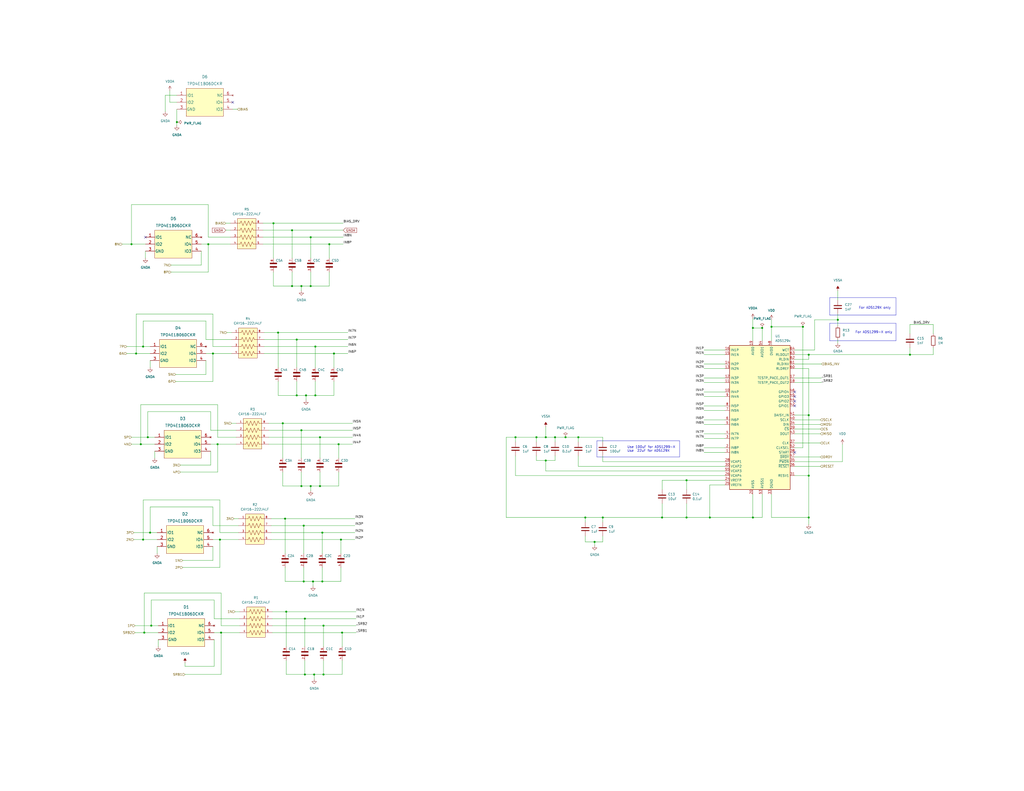
<source format=kicad_sch>
(kicad_sch (version 20230121) (generator eeschema)
  (paper "C")
  (title_block (title "Daisy Functionality") (date "2023-01-05") (rev "A") (company "Brain-4ce"))
  (junction (at 186.69 345.44))
  (junction (at 374.65 262.255))
  (junction (at 164.465 265.43))
  (junction (at 415.925 179.07))
  (junction (at 438.15 178.435))
  (junction (at 387.35 282.575))
  (junction (at 421.005 178.435))
  (junction (at 96.52 66.675))
  (junction (at 76.835 242.57))
  (junction (at 120.015 294.64))
  (junction (at 165.735 287.02))
  (junction (at 172.085 189.23))
  (junction (at 113.665 133.35))
  (junction (at 172.085 215.9))
  (junction (at 315.595 238.76))
  (junction (at 171.45 368.3))
  (junction (at 179.705 133.35))
  (junction (at 80.645 238.76))
  (junction (at 292.735 238.76))
  (junction (at 78.105 189.23))
  (junction (at 156.21 334.01))
  (junction (at 71.755 133.35))
  (junction (at 161.925 215.9))
  (junction (at 169.545 156.21))
  (junction (at 410.845 179.07))
  (junction (at 159.385 125.73))
  (junction (at 78.105 294.64))
  (junction (at 166.37 337.82))
  (junction (at 319.405 282.575))
  (junction (at 496.57 193.675))
  (junction (at 176.53 341.63))
  (junction (at 116.205 193.04))
  (junction (at 170.815 317.5))
  (junction (at 165.735 317.5))
  (junction (at 169.545 129.54))
  (junction (at 297.815 238.76))
  (junction (at 441.325 282.575))
  (junction (at 74.295 193.04))
  (junction (at 120.65 345.44))
  (junction (at 154.305 231.14))
  (junction (at 169.545 265.43))
  (junction (at 81.915 290.83))
  (junction (at 82.55 341.63))
  (junction (at 441.325 259.715))
  (junction (at 441.325 193.675))
  (junction (at 308.61 238.76))
  (junction (at 374.65 282.575))
  (junction (at 410.845 282.575))
  (junction (at 167.005 215.9))
  (junction (at 176.53 368.3))
  (junction (at 151.765 181.61))
  (junction (at 297.815 251.46))
  (junction (at 174.625 265.43))
  (junction (at 324.485 295.91))
  (junction (at 186.055 294.64))
  (junction (at 164.465 156.21))
  (junction (at 328.93 282.575))
  (junction (at 281.305 238.76))
  (junction (at 78.74 345.44))
  (junction (at 175.895 290.83))
  (junction (at 457.2 174.625))
  (junction (at 161.925 185.42))
  (junction (at 184.785 242.57))
  (junction (at 164.465 234.95))
  (junction (at 302.895 238.76))
  (junction (at 166.37 368.3))
  (junction (at 159.385 156.21))
  (junction (at 149.225 121.92))
  (junction (at 155.575 283.21))
  (junction (at 361.315 282.575))
  (junction (at 182.245 193.04))
  (junction (at 175.895 317.5))
  (junction (at 441.325 226.695))
  (junction (at 118.745 242.57))
  (junction (at 174.625 238.76))
  (no_connect (at 127 55.88))
  (no_connect (at 433.705 247.015))
  (no_connect (at 433.705 216.535))
  (no_connect (at 433.705 213.995))
  (no_connect (at 433.705 221.615))
  (no_connect (at 79.375 129.54))
  (no_connect (at 433.705 219.075))
  (wire (pts (xy 81.915 193.04) (xy 74.295 193.04)))
  (wire (pts (xy 116.205 294.64) (xy 120.015 294.64)))
  (wire (pts (xy 148.59 341.63) (xy 176.53 341.63)))
  (wire (pts (xy 496.57 177.165) (xy 509.27 177.165)))
  (wire (pts (xy 95.885 208.28) (xy 116.205 208.28)))
  (wire (pts (xy 361.315 282.575) (xy 374.65 282.575)))
  (wire (pts (xy 384.175 206.375) (xy 395.605 206.375)))
  (wire (pts (xy 78.105 189.23) (xy 81.915 189.23)))
  (wire (pts (xy 328.93 248.92) (xy 328.93 252.095)))
  (wire (pts (xy 384.175 198.755) (xy 395.605 198.755)))
  (wire (pts (xy 184.785 265.43) (xy 184.785 257.81)))
  (wire (pts (xy 186.69 345.44) (xy 194.31 345.44)))
  (wire (pts (xy 73.66 341.63) (xy 82.55 341.63)))
  (wire (pts (xy 155.575 283.21) (xy 155.575 302.26)))
  (wire (pts (xy 174.625 265.43) (xy 184.785 265.43)))
  (wire (pts (xy 384.175 244.475) (xy 395.605 244.475)))
  (wire (pts (xy 144.145 185.42) (xy 161.925 185.42)))
  (wire (pts (xy 165.735 287.02) (xy 193.675 287.02)))
  (wire (pts (xy 441.325 196.215) (xy 433.705 196.215)))
  (wire (pts (xy 421.005 269.875) (xy 421.005 282.575)))
  (wire (pts (xy 281.305 259.715) (xy 395.605 259.715)))
  (wire (pts (xy 166.37 360.68) (xy 166.37 368.3)))
  (wire (pts (xy 159.385 156.21) (xy 164.465 156.21)))
  (wire (pts (xy 144.145 193.04) (xy 182.245 193.04)))
  (wire (pts (xy 447.675 254.635) (xy 433.705 254.635)))
  (wire (pts (xy 123.19 125.73) (xy 125.73 125.73)))
  (wire (pts (xy 120.65 345.44) (xy 120.65 368.3)))
  (wire (pts (xy 82.55 327.66) (xy 82.55 341.63)))
  (wire (pts (xy 457.2 174.625) (xy 457.2 177.8)))
  (wire (pts (xy 127.635 283.21) (xy 130.175 283.21)))
  (wire (pts (xy 361.315 262.255) (xy 361.315 267.335)))
  (wire (pts (xy 120.65 323.85) (xy 120.65 341.63)))
  (wire (pts (xy 155.575 309.88) (xy 155.575 317.5)))
  (wire (pts (xy 113.665 129.54) (xy 125.73 129.54)))
  (wire (pts (xy 156.21 360.68) (xy 156.21 368.3)))
  (wire (pts (xy 120.65 345.44) (xy 130.81 345.44)))
  (wire (pts (xy 98.425 257.81) (xy 118.745 257.81)))
  (wire (pts (xy 179.705 156.21) (xy 179.705 148.59)))
  (wire (pts (xy 172.085 189.23) (xy 189.865 189.23)))
  (wire (pts (xy 118.745 238.76) (xy 128.905 238.76)))
  (wire (pts (xy 174.625 257.81) (xy 174.625 265.43)))
  (wire (pts (xy 319.405 292.735) (xy 319.405 295.91)))
  (wire (pts (xy 297.815 251.46) (xy 302.895 251.46)))
  (wire (pts (xy 421.005 174.625) (xy 421.005 178.435)))
  (wire (pts (xy 96.52 59.69) (xy 96.52 66.675)))
  (wire (pts (xy 113.665 148.59) (xy 113.665 133.35)))
  (wire (pts (xy 147.955 290.83) (xy 175.895 290.83)))
  (wire (pts (xy 80.645 224.79) (xy 80.645 238.76)))
  (wire (pts (xy 164.465 257.81) (xy 164.465 265.43)))
  (wire (pts (xy 156.21 368.3) (xy 166.37 368.3)))
  (wire (pts (xy 172.085 189.23) (xy 172.085 200.66)))
  (wire (pts (xy 161.925 215.9) (xy 167.005 215.9)))
  (wire (pts (xy 374.65 262.255) (xy 395.605 262.255)))
  (wire (pts (xy 155.575 283.21) (xy 193.675 283.21)))
  (wire (pts (xy 120.65 341.63) (xy 130.81 341.63)))
  (wire (pts (xy 116.205 276.86) (xy 81.915 276.86)))
  (wire (pts (xy 276.225 238.76) (xy 281.305 238.76)))
  (wire (pts (xy 90.17 52.07) (xy 90.17 60.96)))
  (wire (pts (xy 118.745 220.98) (xy 118.745 238.76)))
  (wire (pts (xy 186.69 345.44) (xy 186.69 353.06)))
  (wire (pts (xy 81.915 196.85) (xy 81.915 200.66)))
  (wire (pts (xy 78.74 345.44) (xy 78.74 323.85)))
  (wire (pts (xy 374.65 274.955) (xy 374.65 282.575)))
  (wire (pts (xy 433.705 231.775) (xy 447.675 231.775)))
  (wire (pts (xy 86.36 345.44) (xy 78.74 345.44)))
  (wire (pts (xy 71.755 133.35) (xy 71.755 111.76)))
  (wire (pts (xy 149.225 148.59) (xy 149.225 156.21)))
  (wire (pts (xy 112.395 196.85) (xy 112.395 204.47)))
  (wire (pts (xy 384.175 229.235) (xy 395.605 229.235)))
  (wire (pts (xy 169.545 129.54) (xy 187.325 129.54)))
  (wire (pts (xy 84.455 242.57) (xy 76.835 242.57)))
  (polyline (pts (xy 452.755 186.055) (xy 488.95 186.055)))
  (wire (pts (xy 457.2 174.625) (xy 444.5 174.625)))
  (wire (pts (xy 66.675 133.35) (xy 71.755 133.35)))
  (polyline (pts (xy 452.755 172.085) (xy 452.755 162.56)))
  (wire (pts (xy 176.53 360.68) (xy 176.53 368.3)))
  (wire (pts (xy 319.405 282.575) (xy 328.93 282.575)))
  (wire (pts (xy 169.545 156.21) (xy 179.705 156.21)))
  (wire (pts (xy 281.305 238.76) (xy 292.735 238.76)))
  (wire (pts (xy 84.455 246.38) (xy 84.455 250.19)))
  (wire (pts (xy 395.605 264.795) (xy 387.35 264.795)))
  (wire (pts (xy 496.57 182.245) (xy 496.57 177.165)))
  (wire (pts (xy 433.705 259.715) (xy 441.325 259.715)))
  (wire (pts (xy 165.735 317.5) (xy 170.815 317.5)))
  (wire (pts (xy 78.74 323.85) (xy 120.65 323.85)))
  (wire (pts (xy 147.955 294.64) (xy 186.055 294.64)))
  (wire (pts (xy 384.175 247.015) (xy 395.605 247.015)))
  (wire (pts (xy 120.015 273.05) (xy 120.015 290.83)))
  (wire (pts (xy 182.245 193.04) (xy 189.865 193.04)))
  (wire (pts (xy 384.175 208.915) (xy 395.605 208.915)))
  (wire (pts (xy 176.53 368.3) (xy 186.69 368.3)))
  (wire (pts (xy 123.825 181.61) (xy 126.365 181.61)))
  (wire (pts (xy 384.175 239.395) (xy 395.605 239.395)))
  (wire (pts (xy 71.755 238.76) (xy 80.645 238.76)))
  (wire (pts (xy 165.735 309.88) (xy 165.735 317.5)))
  (wire (pts (xy 438.15 178.435) (xy 421.005 178.435)))
  (wire (pts (xy 328.93 238.76) (xy 328.93 241.3)))
  (wire (pts (xy 100.965 368.3) (xy 120.65 368.3)))
  (wire (pts (xy 148.59 334.01) (xy 156.21 334.01)))
  (wire (pts (xy 164.465 156.21) (xy 169.545 156.21)))
  (wire (pts (xy 120.015 294.64) (xy 130.175 294.64)))
  (wire (pts (xy 182.245 193.04) (xy 182.245 200.66)))
  (wire (pts (xy 415.925 179.07) (xy 410.845 179.07)))
  (wire (pts (xy 156.21 334.01) (xy 194.31 334.01)))
  (wire (pts (xy 415.925 282.575) (xy 410.845 282.575)))
  (wire (pts (xy 116.205 306.07) (xy 99.695 306.07)))
  (wire (pts (xy 169.545 129.54) (xy 169.545 140.97)))
  (wire (pts (xy 171.45 368.3) (xy 176.53 368.3)))
  (wire (pts (xy 154.305 257.81) (xy 154.305 265.43)))
  (wire (pts (xy 144.145 189.23) (xy 172.085 189.23)))
  (wire (pts (xy 174.625 238.76) (xy 192.405 238.76)))
  (wire (pts (xy 387.35 264.795) (xy 387.35 282.575)))
  (wire (pts (xy 324.485 295.91) (xy 328.93 295.91)))
  (wire (pts (xy 315.595 254.635) (xy 395.605 254.635)))
  (wire (pts (xy 302.895 238.76) (xy 308.61 238.76)))
  (wire (pts (xy 415.925 186.055) (xy 415.925 179.07)))
  (wire (pts (xy 276.225 238.76) (xy 276.225 282.575)))
  (wire (pts (xy 276.225 282.575) (xy 319.405 282.575)))
  (wire (pts (xy 441.325 259.715) (xy 441.325 282.575)))
  (wire (pts (xy 116.205 171.45) (xy 116.205 189.23)))
  (wire (pts (xy 297.815 257.175) (xy 297.815 251.46)))
  (wire (pts (xy 441.325 193.675) (xy 441.325 196.215)))
  (wire (pts (xy 149.225 121.92) (xy 149.225 140.97)))
  (wire (pts (xy 438.15 244.475) (xy 438.15 178.435)))
  (wire (pts (xy 384.175 213.995) (xy 395.605 213.995)))
  (wire (pts (xy 166.37 337.82) (xy 166.37 353.06)))
  (wire (pts (xy 170.815 317.5) (xy 175.895 317.5)))
  (wire (pts (xy 127 59.69) (xy 129.54 59.69)))
  (wire (pts (xy 78.105 294.64) (xy 78.105 273.05)))
  (wire (pts (xy 292.735 238.76) (xy 297.815 238.76)))
  (wire (pts (xy 328.93 282.575) (xy 328.93 285.115)))
  (wire (pts (xy 302.895 238.76) (xy 302.895 241.3)))
  (wire (pts (xy 281.305 238.76) (xy 281.305 241.3)))
  (wire (pts (xy 457.2 185.42) (xy 457.2 187.325)))
  (polyline (pts (xy 488.95 186.055) (xy 488.95 176.53)))
  (wire (pts (xy 384.175 193.675) (xy 395.605 193.675)))
  (wire (pts (xy 92.71 49.53) (xy 92.71 55.88)))
  (wire (pts (xy 421.005 178.435) (xy 421.005 186.055)))
  (wire (pts (xy 292.735 238.76) (xy 292.735 241.3)))
  (wire (pts (xy 167.005 215.9) (xy 172.085 215.9)))
  (wire (pts (xy 448.31 206.375) (xy 433.705 206.375)))
  (wire (pts (xy 169.545 265.43) (xy 174.625 265.43)))
  (wire (pts (xy 114.935 234.95) (xy 114.935 224.79)))
  (wire (pts (xy 161.925 185.42) (xy 189.865 185.42)))
  (wire (pts (xy 297.815 238.76) (xy 297.815 233.045)))
  (wire (pts (xy 143.51 121.92) (xy 149.225 121.92)))
  (wire (pts (xy 184.785 242.57) (xy 184.785 250.19)))
  (wire (pts (xy 114.935 224.79) (xy 80.645 224.79)))
  (wire (pts (xy 433.705 244.475) (xy 438.15 244.475)))
  (wire (pts (xy 444.5 174.625) (xy 444.5 191.135)))
  (wire (pts (xy 79.375 137.16) (xy 79.375 140.97)))
  (wire (pts (xy 441.325 201.295) (xy 441.325 226.695)))
  (wire (pts (xy 128.27 334.01) (xy 130.81 334.01)))
  (wire (pts (xy 165.735 287.02) (xy 165.735 302.26)))
  (wire (pts (xy 447.675 234.315) (xy 433.705 234.315)))
  (wire (pts (xy 151.765 208.28) (xy 151.765 215.9)))
  (wire (pts (xy 146.685 231.14) (xy 154.305 231.14)))
  (wire (pts (xy 159.385 148.59) (xy 159.385 156.21)))
  (wire (pts (xy 319.405 295.91) (xy 324.485 295.91)))
  (wire (pts (xy 143.51 125.73) (xy 159.385 125.73)))
  (wire (pts (xy 71.755 242.57) (xy 76.835 242.57)))
  (wire (pts (xy 410.845 179.07) (xy 410.845 186.055)))
  (polyline (pts (xy 452.755 162.56) (xy 488.95 162.56)))
  (wire (pts (xy 292.735 251.46) (xy 297.815 251.46)))
  (wire (pts (xy 79.375 133.35) (xy 71.755 133.35)))
  (wire (pts (xy 172.085 208.28) (xy 172.085 215.9)))
  (wire (pts (xy 128.905 234.95) (xy 114.935 234.95)))
  (wire (pts (xy 324.485 295.91) (xy 324.485 297.815)))
  (wire (pts (xy 78.105 273.05) (xy 120.015 273.05)))
  (wire (pts (xy 433.705 201.295) (xy 441.325 201.295)))
  (wire (pts (xy 433.705 193.675) (xy 441.325 193.675)))
  (polyline (pts (xy 452.755 172.085) (xy 488.95 172.085)))
  (wire (pts (xy 328.93 295.91) (xy 328.93 292.735)))
  (wire (pts (xy 171.45 368.3) (xy 171.45 370.84)))
  (wire (pts (xy 126.365 231.14) (xy 128.905 231.14)))
  (wire (pts (xy 116.84 363.855) (xy 100.965 363.855)))
  (wire (pts (xy 384.175 201.295) (xy 395.605 201.295)))
  (wire (pts (xy 69.215 189.23) (xy 78.105 189.23)))
  (wire (pts (xy 433.705 252.095) (xy 459.74 252.095)))
  (wire (pts (xy 85.725 298.45) (xy 85.725 302.26)))
  (wire (pts (xy 73.025 294.64) (xy 78.105 294.64)))
  (wire (pts (xy 421.005 282.575) (xy 441.325 282.575)))
  (wire (pts (xy 144.145 181.61) (xy 151.765 181.61)))
  (wire (pts (xy 448.31 198.755) (xy 433.705 198.755)))
  (wire (pts (xy 154.305 231.14) (xy 192.405 231.14)))
  (wire (pts (xy 161.925 208.28) (xy 161.925 215.9)))
  (wire (pts (xy 496.57 193.675) (xy 496.57 189.865)))
  (wire (pts (xy 297.815 257.175) (xy 395.605 257.175)))
  (wire (pts (xy 415.925 269.875) (xy 415.925 282.575)))
  (wire (pts (xy 384.175 191.135) (xy 395.605 191.135)))
  (wire (pts (xy 457.2 171.45) (xy 457.2 174.625)))
  (polyline (pts (xy 370.84 249.555) (xy 370.84 240.665)))
  (wire (pts (xy 447.675 241.935) (xy 433.705 241.935)))
  (wire (pts (xy 154.305 265.43) (xy 164.465 265.43)))
  (wire (pts (xy 114.935 246.38) (xy 114.935 254)))
  (wire (pts (xy 176.53 341.63) (xy 176.53 353.06)))
  (wire (pts (xy 120.015 309.88) (xy 120.015 294.64)))
  (wire (pts (xy 328.93 282.575) (xy 361.315 282.575)))
  (wire (pts (xy 174.625 238.76) (xy 174.625 250.19)))
  (wire (pts (xy 109.855 144.78) (xy 93.345 144.78)))
  (wire (pts (xy 146.685 238.76) (xy 174.625 238.76)))
  (wire (pts (xy 80.645 238.76) (xy 84.455 238.76)))
  (wire (pts (xy 100.965 363.855) (xy 100.965 361.95)))
  (wire (pts (xy 81.915 290.83) (xy 85.725 290.83)))
  (wire (pts (xy 161.925 185.42) (xy 161.925 200.66)))
  (wire (pts (xy 82.55 341.63) (xy 86.36 341.63)))
  (wire (pts (xy 154.305 231.14) (xy 154.305 250.19)))
  (wire (pts (xy 85.725 294.64) (xy 78.105 294.64)))
  (wire (pts (xy 116.205 208.28) (xy 116.205 193.04)))
  (wire (pts (xy 433.705 191.135) (xy 444.5 191.135)))
  (wire (pts (xy 169.545 148.59) (xy 169.545 156.21)))
  (polyline (pts (xy 488.95 176.53) (xy 452.755 176.53)))
  (wire (pts (xy 182.245 215.9) (xy 182.245 208.28)))
  (wire (pts (xy 116.84 327.66) (xy 82.55 327.66)))
  (wire (pts (xy 315.595 238.76) (xy 315.595 241.3)))
  (wire (pts (xy 114.935 254) (xy 98.425 254)))
  (wire (pts (xy 167.005 215.9) (xy 167.005 218.44)))
  (wire (pts (xy 149.225 156.21) (xy 159.385 156.21)))
  (wire (pts (xy 143.51 133.35) (xy 179.705 133.35)))
  (wire (pts (xy 186.055 294.64) (xy 193.675 294.64)))
  (wire (pts (xy 384.175 216.535) (xy 395.605 216.535)))
  (wire (pts (xy 148.59 337.82) (xy 166.37 337.82)))
  (wire (pts (xy 123.19 121.92) (xy 125.73 121.92)))
  (wire (pts (xy 281.305 248.92) (xy 281.305 259.715)))
  (wire (pts (xy 146.685 234.95) (xy 164.465 234.95)))
  (wire (pts (xy 126.365 185.42) (xy 112.395 185.42)))
  (wire (pts (xy 164.465 156.21) (xy 164.465 158.75)))
  (wire (pts (xy 374.65 262.255) (xy 374.65 267.335)))
  (wire (pts (xy 175.895 290.83) (xy 175.895 302.26)))
  (wire (pts (xy 151.765 181.61) (xy 151.765 200.66)))
  (wire (pts (xy 186.69 368.3) (xy 186.69 360.68)))
  (wire (pts (xy 448.31 208.915) (xy 433.705 208.915)))
  (wire (pts (xy 96.52 55.88) (xy 92.71 55.88)))
  (wire (pts (xy 99.695 309.88) (xy 120.015 309.88)))
  (wire (pts (xy 315.595 248.92) (xy 315.595 254.635)))
  (wire (pts (xy 387.35 282.575) (xy 374.65 282.575)))
  (wire (pts (xy 433.705 226.695) (xy 441.325 226.695)))
  (wire (pts (xy 86.36 349.25) (xy 86.36 353.06)))
  (wire (pts (xy 164.465 234.95) (xy 164.465 250.19)))
  (polyline (pts (xy 452.755 176.53) (xy 452.755 186.055)))
  (wire (pts (xy 130.175 287.02) (xy 116.205 287.02)))
  (wire (pts (xy 156.21 334.01) (xy 156.21 353.06)))
  (wire (pts (xy 447.675 236.855) (xy 433.705 236.855)))
  (wire (pts (xy 447.675 229.235) (xy 433.705 229.235)))
  (wire (pts (xy 410.845 173.99) (xy 410.845 179.07)))
  (wire (pts (xy 76.835 220.98) (xy 118.745 220.98)))
  (wire (pts (xy 116.84 337.82) (xy 116.84 327.66)))
  (wire (pts (xy 147.955 287.02) (xy 165.735 287.02)))
  (wire (pts (xy 148.59 345.44) (xy 186.69 345.44)))
  (wire (pts (xy 113.665 133.35) (xy 125.73 133.35)))
  (polyline (pts (xy 325.755 249.555) (xy 370.84 249.555)))
  (wire (pts (xy 74.295 171.45) (xy 116.205 171.45)))
  (wire (pts (xy 457.2 158.75) (xy 457.2 163.83)))
  (wire (pts (xy 175.895 290.83) (xy 193.675 290.83)))
  (wire (pts (xy 315.595 238.76) (xy 328.93 238.76)))
  (wire (pts (xy 384.175 221.615) (xy 395.605 221.615)))
  (wire (pts (xy 116.84 349.25) (xy 116.84 363.855)))
  (wire (pts (xy 120.015 290.83) (xy 130.175 290.83)))
  (wire (pts (xy 292.735 248.92) (xy 292.735 251.46)))
  (wire (pts (xy 384.175 231.775) (xy 395.605 231.775)))
  (wire (pts (xy 109.855 137.16) (xy 109.855 144.78)))
  (wire (pts (xy 155.575 317.5) (xy 165.735 317.5)))
  (wire (pts (xy 118.745 242.57) (xy 128.905 242.57)))
  (wire (pts (xy 113.665 111.76) (xy 113.665 129.54)))
  (wire (pts (xy 112.395 204.47) (xy 95.885 204.47)))
  (wire (pts (xy 169.545 265.43) (xy 169.545 267.97)))
  (wire (pts (xy 496.57 193.675) (xy 509.27 193.675)))
  (wire (pts (xy 71.755 111.76) (xy 113.665 111.76)))
  (wire (pts (xy 361.315 262.255) (xy 374.65 262.255)))
  (wire (pts (xy 447.675 249.555) (xy 433.705 249.555)))
  (wire (pts (xy 143.51 129.54) (xy 169.545 129.54)))
  (wire (pts (xy 73.025 290.83) (xy 81.915 290.83)))
  (wire (pts (xy 151.765 215.9) (xy 161.925 215.9)))
  (polyline (pts (xy 325.755 240.665) (xy 370.84 240.665)))
  (wire (pts (xy 361.315 274.955) (xy 361.315 282.575)))
  (wire (pts (xy 116.205 193.04) (xy 126.365 193.04)))
  (wire (pts (xy 384.175 236.855) (xy 395.605 236.855)))
  (wire (pts (xy 116.205 189.23) (xy 126.365 189.23)))
  (wire (pts (xy 186.055 317.5) (xy 186.055 309.88)))
  (polyline (pts (xy 325.755 240.665) (xy 325.755 249.555)))
  (wire (pts (xy 116.205 298.45) (xy 116.205 306.07)))
  (wire (pts (xy 73.66 345.44) (xy 78.74 345.44)))
  (wire (pts (xy 395.605 252.095) (xy 328.93 252.095)))
  (wire (pts (xy 149.225 121.92) (xy 187.325 121.92)))
  (wire (pts (xy 172.085 215.9) (xy 182.245 215.9)))
  (wire (pts (xy 130.81 337.82) (xy 116.84 337.82)))
  (wire (pts (xy 170.815 317.5) (xy 170.815 320.04)))
  (wire (pts (xy 159.385 125.73) (xy 159.385 140.97)))
  (wire (pts (xy 112.395 175.26) (xy 78.105 175.26)))
  (wire (pts (xy 410.845 282.575) (xy 387.35 282.575)))
  (wire (pts (xy 459.74 252.095) (xy 459.74 242.57)))
  (wire (pts (xy 179.705 133.35) (xy 179.705 140.97)))
  (wire (pts (xy 96.52 66.675) (xy 96.52 68.58)))
  (wire (pts (xy 297.815 238.76) (xy 302.895 238.76)))
  (wire (pts (xy 116.84 345.44) (xy 120.65 345.44)))
  (wire (pts (xy 410.845 269.875) (xy 410.845 282.575)))
  (wire (pts (xy 509.27 177.165) (xy 509.27 182.245)))
  (wire (pts (xy 146.685 242.57) (xy 184.785 242.57)))
  (wire (pts (xy 76.835 242.57) (xy 76.835 220.98)))
  (wire (pts (xy 175.895 317.5) (xy 186.055 317.5)))
  (wire (pts (xy 93.345 148.59) (xy 113.665 148.59)))
  (wire (pts (xy 441.325 193.675) (xy 496.57 193.675)))
  (wire (pts (xy 114.935 242.57) (xy 118.745 242.57)))
  (wire (pts (xy 112.395 193.04) (xy 116.205 193.04)))
  (wire (pts (xy 74.295 193.04) (xy 74.295 171.45)))
  (wire (pts (xy 147.955 283.21) (xy 155.575 283.21)))
  (wire (pts (xy 509.27 193.675) (xy 509.27 189.865)))
  (wire (pts (xy 166.37 368.3) (xy 171.45 368.3)))
  (wire (pts (xy 302.895 248.92) (xy 302.895 251.46)))
  (wire (pts (xy 90.17 52.07) (xy 96.52 52.07)))
  (wire (pts (xy 118.745 257.81) (xy 118.745 242.57)))
  (polyline (pts (xy 488.95 162.56) (xy 488.95 172.085)))
  (wire (pts (xy 175.895 309.88) (xy 175.895 317.5)))
  (wire (pts (xy 116.205 287.02) (xy 116.205 276.86)))
  (wire (pts (xy 112.395 185.42) (xy 112.395 175.26)))
  (wire (pts (xy 166.37 337.82) (xy 194.31 337.82)))
  (wire (pts (xy 441.325 282.575) (xy 441.325 286.385)))
  (wire (pts (xy 81.915 276.86) (xy 81.915 290.83)))
  (wire (pts (xy 78.105 175.26) (xy 78.105 189.23)))
  (wire (pts (xy 441.325 226.695) (xy 441.325 259.715)))
  (wire (pts (xy 384.175 224.155) (xy 395.605 224.155)))
  (wire (pts (xy 69.215 193.04) (xy 74.295 193.04)))
  (wire (pts (xy 151.765 181.61) (xy 189.865 181.61)))
  (wire (pts (xy 164.465 265.43) (xy 169.545 265.43)))
  (wire (pts (xy 308.61 238.76) (xy 315.595 238.76)))
  (wire (pts (xy 186.055 294.64) (xy 186.055 302.26)))
  (wire (pts (xy 179.705 133.35) (xy 187.325 133.35)))
  (wire (pts (xy 109.855 133.35) (xy 113.665 133.35)))
  (wire (pts (xy 159.385 125.73) (xy 187.325 125.73)))
  (wire (pts (xy 176.53 341.63) (xy 194.31 341.63)))
  (wire (pts (xy 164.465 234.95) (xy 192.405 234.95)))
  (wire (pts (xy 319.405 282.575) (xy 319.405 285.115)))
  (wire (pts (xy 184.785 242.57) (xy 192.405 242.57)))
  (text "For ADS1299-X only" (at 466.725 182.245 0) (effects (font (size 1.27 1.27)) (justify left bottom)))
  (text "Use 100uF for ADS1299-X\nUse  22uF for ADS129X" (at 342.265 247.015 0) (effects (font (size 1.27 1.27)) (justify left bottom)))
  (text "For ADS129X only" (at 468.63 168.91 0) (effects (font (size 1.27 1.27)) (justify left bottom)))
  (label "IN6N" (at 384.175 231.775 180))
  (label "IN7N" (at 189.865 181.61 0))
  (label "IN6P" (at 384.175 229.235 180))
  (label "IN5N" (at 192.405 231.14 0))
  (label "IN7P" (at 189.865 185.42 0))
  (label "IN4N" (at 192.405 238.76 0))
  (label "_SRB1" (at 448.31 206.375 0))
  (label "IN3P" (at 384.175 206.375 180))
  (label "IN8N" (at 187.325 129.54 0))
  (label "IN1P" (at 194.31 337.82 0))
  (label "_SRB2" (at 194.31 341.63 0))
  (label "IN4N" (at 384.175 216.535 180))
  (label "IN3N" (at 384.175 208.915 180))
  (label "IN7N" (at 384.175 239.395 180))
  (label "IN2N" (at 384.175 201.295 180))
  (label "BIAS_DRV" (at 187.325 121.92 0))
  (label "_SRB2" (at 448.31 208.915 0))
  (label "IN8P" (at 187.325 133.35 0))
  (label "IN1N" (at 194.31 334.01 0))
  (label "IN4P" (at 384.175 213.995 180))
  (label "IN3N" (at 193.675 283.21 0))
  (label "IN2N" (at 193.675 290.83 0))
  (label "IN8P" (at 384.175 244.475 180))
  (label "_SRB1" (at 194.31 345.44 0))
  (label "IN6N" (at 189.865 189.23 0))
  (label "BIAS_DRV" (at 507.365 177.165 180))
  (label "IN4P" (at 192.405 242.57 0))
  (label "IN7P" (at 384.175 236.855 180))
  (label "IN8N" (at 384.175 247.015 180))
  (label "IN2P" (at 193.675 294.64 0))
  (label "IN5P" (at 192.405 234.95 0))
  (label "IN2P" (at 384.175 198.755 180))
  (label "IN6P" (at 189.865 193.04 0))
  (label "IN5P" (at 384.175 221.615 180))
  (label "IN1P" (at 384.175 191.135 180))
  (label "IN5N" (at 384.175 224.155 180))
  (label "IN1N" (at 384.175 193.675 180))
  (label "IN3P" (at 193.675 287.02 0))
  (global_label "GNDA" (shape input) (at 187.325 125.73 0) (property "Intersheetrefs" "${INTERSHEET_REFS}" (effects hide)))
  (global_label "GNDA" (shape input) (at 123.19 125.73 180) (property "Intersheetrefs" "${INTERSHEET_REFS}" (effects hide)))
  (hierarchical_label "BIAS" (shape input) (at 123.19 121.92 180))
  (hierarchical_label "5N" (shape input) (at 126.365 231.14 180))
  (hierarchical_label "BIAS_INV" (shape input) (at 448.31 198.755 0))
  (hierarchical_label "4P" (shape input) (at 98.425 257.81 180))
  (hierarchical_label "3P" (shape input) (at 73.025 290.83 180))
  (hierarchical_label "6N" (shape input) (at 69.215 193.04 180))
  (hierarchical_label "MISO" (shape input) (at 447.675 236.855 0))
  (hierarchical_label "1N" (shape input) (at 128.27 334.01 180))
  (hierarchical_label "3N" (shape input) (at 127.635 283.21 180))
  (hierarchical_label "5P" (shape input) (at 71.755 238.76 180))
  (hierarchical_label "1P" (shape input) (at 73.66 341.63 180))
  (hierarchical_label "4N" (shape input) (at 71.755 242.57 180))
  (hierarchical_label "2P" (shape input) (at 99.695 309.88 180))
  (hierarchical_label "6P" (shape input) (at 95.885 208.28 180))
  (hierarchical_label "2N" (shape input) (at 73.025 294.64 180))
  (hierarchical_label "SCLK" (shape input) (at 447.675 229.235 0))
  (hierarchical_label "3N" (shape input) (at 98.425 254 180))
  (hierarchical_label "8N" (shape input) (at 66.675 133.35 180))
  (hierarchical_label "7N" (shape input) (at 123.825 181.61 180))
  (hierarchical_label "SRB1" (shape input) (at 100.965 368.3 180))
  (hierarchical_label "1N" (shape input) (at 99.695 306.07 180))
  (hierarchical_label "RESET" (shape input) (at 447.675 254.635 0))
  (hierarchical_label "DRDY" (shape input) (at 447.675 249.555 0))
  (hierarchical_label "CS" (shape input) (at 447.675 234.315 0))
  (hierarchical_label "8P" (shape input) (at 93.345 148.59 180))
  (hierarchical_label "BIAS" (shape input) (at 129.54 59.69 0))
  (hierarchical_label "5N" (shape input) (at 95.885 204.47 180))
  (hierarchical_label "CLK" (shape input) (at 447.675 241.935 0))
  (hierarchical_label "MOSI" (shape input) (at 447.675 231.775 0))
  (hierarchical_label "7P" (shape input) (at 69.215 189.23 180))
  (hierarchical_label "SRB2" (shape input) (at 73.66 345.44 180))
  (hierarchical_label "7N" (shape input) (at 93.345 144.78 180))
  (symbol (lib_id "power:VDDA") (at 410.845 173.99 0) (unit 1)
    (property "Reference" "#PWR0116" (effects hide))
    (property "Value" "VDDA" (at 410.845 168.275 0))
  )
  (symbol (lib_id "power:GNDA") (at 84.455 250.19 0) (unit 1)
    (property "Reference" "#PWR0112" (effects hide))
    (property "Value" "GNDA" (at 84.455 255.27 0))
  )
  (symbol (lib_id "Capacitor Arrays:CA0508KRX7R9BB102") (at 182.245 203.2 270) (unit 4)
    (property "Reference" "C4" (at 183.515 201.93 90) (effects (justify left)))
    (property "Value" "CA0508KRX7R9BB102" (effects hide))
    (property "Footprint" "Capacitor Arrays:CAPCAXE50P210X130X94-8N" (effects hide))
    (property "STANDARD" "IPC-7351B" (effects hide))
    (property "MANUFACTURER" "Yageo" (effects hide))
    (property "MAXIMUM_PACKAGE_HEIGHT" "0.94mm" (effects hide))
  )
  (symbol (lib_id "Resistor Arrays:CAY16-222J4LF") (at 126.365 181.61 0) (unit 1)
    (property "Reference" "R4" (at 135.255 173.99 0))
    (property "Value" "CAY16-222J4LF" (at 135.255 176.53 0))
    (property "Footprint" "Resistor Arrays:RESCAF80P320X160X60-8N" (effects hide))
    (property "STANDARD" "IPC-7351B" (effects hide))
    (property "MANUFACTURER" "Bourns" (effects hide))
  )
  (symbol (lib_id "TSV - Diodes:TPD4E1B06DCKR") (at 81.915 190.5 0) (unit 1)
    (property "Reference" "D4" (at 97.155 179.07 0) (effects (font (size 1.524 1.524))))
    (property "Value" "TPD4E1B06DCKR" (at 97.155 182.88 0) (effects (font (size 1.524 1.524))))
    (property "Footprint" "TSV - Diodes:TPD4E1B06DCKR" (effects hide))
  )
  (symbol (lib_id "Capacitor Arrays:CA0508KRX7R9BB102") (at 155.575 304.8 270) (unit 1)
    (property "Reference" "C2" (at 156.845 303.53 90) (effects (justify left)))
    (property "Value" "CA0508KRX7R9BB102" (effects hide))
    (property "Footprint" "Capacitor Arrays:CAPCAXE50P210X130X94-8N" (effects hide))
    (property "STANDARD" "IPC-7351B" (effects hide))
    (property "MANUFACTURER" "Yageo" (effects hide))
    (property "MAXIMUM_PACKAGE_HEIGHT" "0.94mm" (effects hide))
  )
  (symbol (lib_id "Capacitor Arrays:CA0508KRX7R9BB102") (at 176.53 355.6 270) (unit 3)
    (property "Reference" "C1" (at 177.8 354.33 90) (effects (justify left)))
    (property "Value" "CA0508KRX7R9BB102" (effects hide))
    (property "Footprint" "Capacitor Arrays:CAPCAXE50P210X130X94-8N" (effects hide))
    (property "STANDARD" "IPC-7351B" (effects hide))
    (property "MANUFACTURER" "Yageo" (effects hide))
    (property "MAXIMUM_PACKAGE_HEIGHT" "0.94mm" (effects hide))
  )
  (symbol (lib_id "Resistor Arrays:CAY16-222J4LF") (at 125.73 121.92 0) (unit 1)
    (property "Reference" "R5" (at 134.62 114.3 0))
    (property "Value" "CAY16-222J4LF" (at 134.62 116.84 0))
    (property "Footprint" "Resistor Arrays:RESCAF80P320X160X60-8N" (effects hide))
    (property "STANDARD" "IPC-7351B" (effects hide))
    (property "MANUFACTURER" "Bourns" (effects hide))
  )
  (symbol (lib_id "power:GNDA") (at 79.375 140.97 0) (unit 1)
    (property "Reference" "#PWR0102" (effects hide))
    (property "Value" "GNDA" (at 79.375 146.05 0))
  )
  (symbol (lib_id "Analog_ADC:ADS1298xPAG") (at 415.925 231.775 0) (unit 1)
    (property "Reference" "U1" (at 423.0244 183.515 0) (effects (justify left)))
    (property "Value" "ADS129x" (at 423.0244 186.055 0) (effects (justify left)))
    (property "Footprint" "Package_QFP:TQFP-64_10x10mm_P0.5mm" (effects hide))
    (property "Datasheet" "http://www.ti.com/lit/ds/symlink/ads1298.pdf" (effects hide))
  )
  (symbol (lib_id "TSV - Diodes:TPD4E1B06DCKR") (at 86.36 342.9 0) (unit 1)
    (property "Reference" "D1" (at 101.6 331.47 0) (effects (font (size 1.524 1.524))))
    (property "Value" "TPD4E1B06DCKR" (at 101.6 335.28 0) (effects (font (size 1.524 1.524))))
    (property "Footprint" "TSV - Diodes:TPD4E1B06DCKR" (effects hide))
  )
  (symbol (lib_id "power:GNDA") (at 171.45 370.84 0) (unit 1)
    (property "Reference" "#PWR0108" (effects hide))
    (property "Value" "GNDA" (at 171.45 375.92 0))
  )
  (symbol (lib_id "Device:C") (at 374.65 271.145 0) (unit 1)
    (property "Reference" "C14" (at 377.825 269.8749 0) (effects (justify left)))
    (property "Value" "0.1uF" (at 377.825 272.4149 0) (effects (justify left)))
    (property "Footprint" "Capacitor_SMD:C_0402_1005Metric" (effects hide))
  )
  (symbol (lib_id "Capacitor Arrays:CA0508KRX7R9BB102") (at 161.925 203.2 270) (unit 2)
    (property "Reference" "C4" (at 163.195 201.93 90) (effects (justify left)))
    (property "Value" "CA0508KRX7R9BB102" (effects hide))
    (property "Footprint" "Capacitor Arrays:CAPCAXE50P210X130X94-8N" (effects hide))
    (property "STANDARD" "IPC-7351B" (effects hide))
    (property "MANUFACTURER" "Yageo" (effects hide))
    (property "MAXIMUM_PACKAGE_HEIGHT" "0.94mm" (effects hide))
  )
  (symbol (lib_id "Capacitor Arrays:CA0508KRX7R9BB102") (at 169.545 143.51 270) (unit 3)
    (property "Reference" "C5" (at 170.815 142.24 90) (effects (justify left)))
    (property "Value" "CA0508KRX7R9BB102" (effects hide))
    (property "Footprint" "Capacitor Arrays:CAPCAXE50P210X130X94-8N" (effects hide))
    (property "STANDARD" "IPC-7351B" (effects hide))
    (property "MANUFACTURER" "Yageo" (effects hide))
    (property "MAXIMUM_PACKAGE_HEIGHT" "0.94mm" (effects hide))
  )
  (symbol (lib_id "power:PWR_FLAG") (at 438.15 178.435 0) (unit 1)
    (property "Reference" "#FLG0102" (effects hide))
    (property "Value" "PWR_FLAG" (at 438.15 172.72 0))
  )
  (symbol (lib_id "Device:C") (at 281.305 245.11 0) (unit 1)
    (property "Reference" "C6" (at 285.115 243.8399 0) (effects (justify left)))
    (property "Value" "1uF" (at 285.115 246.3799 0) (effects (justify left)))
    (property "Footprint" "Capacitor_SMD:C_0402_1005Metric" (effects hide))
  )
  (symbol (lib_id "Resistor Arrays:CAY16-222J4LF") (at 128.905 231.14 0) (unit 1)
    (property "Reference" "R3" (at 137.795 223.52 0))
    (property "Value" "CAY16-222J4LF" (at 137.795 226.06 0))
    (property "Footprint" "Resistor Arrays:RESCAF80P320X160X60-8N" (effects hide))
    (property "STANDARD" "IPC-7351B" (effects hide))
    (property "MANUFACTURER" "Bourns" (effects hide))
  )
  (symbol (lib_id "power:PWR_FLAG") (at 308.61 238.76 0) (unit 1)
    (property "Reference" "#FLG0101" (effects hide))
    (property "Value" "PWR_FLAG" (at 308.61 233.68 0))
  )
  (symbol (lib_id "Device:C") (at 328.93 288.925 0) (unit 1)
    (property "Reference" "C9" (at 332.105 287.6549 0) (effects (justify left)))
    (property "Value" "1uF" (at 332.105 290.1949 0) (effects (justify left)))
    (property "Footprint" "Capacitor_SMD:C_0402_1005Metric" (effects hide))
  )
  (symbol (lib_id "Capacitor Arrays:CA0508KRX7R9BB102") (at 154.305 252.73 270) (unit 1)
    (property "Reference" "C3" (at 155.575 251.46 90) (effects (justify left)))
    (property "Value" "CA0508KRX7R9BB102" (effects hide))
    (property "Footprint" "Capacitor Arrays:CAPCAXE50P210X130X94-8N" (effects hide))
    (property "STANDARD" "IPC-7351B" (effects hide))
    (property "MANUFACTURER" "Yageo" (effects hide))
    (property "MAXIMUM_PACKAGE_HEIGHT" "0.94mm" (effects hide))
  )
  (symbol (lib_id "power:GNDA") (at 169.545 267.97 0) (unit 1)
    (property "Reference" "#PWR0107" (effects hide))
    (property "Value" "GNDA" (at 169.545 273.05 0))
  )
  (symbol (lib_id "power:VSSA") (at 297.815 233.045 0) (unit 1)
    (property "Reference" "#PWR0119" (effects hide))
    (property "Value" "VSSA" (at 297.815 227.33 0))
  )
  (symbol (lib_id "Capacitor Arrays:CA0508KRX7R9BB102") (at 174.625 252.73 270) (unit 3)
    (property "Reference" "C3" (at 175.895 251.46 90) (effects (justify left)))
    (property "Value" "CA0508KRX7R9BB102" (effects hide))
    (property "Footprint" "Capacitor Arrays:CAPCAXE50P210X130X94-8N" (effects hide))
    (property "STANDARD" "IPC-7351B" (effects hide))
    (property "MANUFACTURER" "Yageo" (effects hide))
    (property "MAXIMUM_PACKAGE_HEIGHT" "0.94mm" (effects hide))
  )
  (symbol (lib_id "power:VDD") (at 459.74 242.57 0) (unit 1)
    (property "Reference" "#PWR0118" (effects hide))
    (property "Value" "VDD" (at 459.74 236.855 0))
  )
  (symbol (lib_id "Capacitor Arrays:CA0508KRX7R9BB102") (at 151.765 203.2 270) (unit 1)
    (property "Reference" "C4" (at 153.035 201.93 90) (effects (justify left)))
    (property "Value" "CA0508KRX7R9BB102" (effects hide))
    (property "Footprint" "Capacitor Arrays:CAPCAXE50P210X130X94-8N" (effects hide))
    (property "STANDARD" "IPC-7351B" (effects hide))
    (property "MANUFACTURER" "Yageo" (effects hide))
    (property "MAXIMUM_PACKAGE_HEIGHT" "0.94mm" (effects hide))
  )
  (symbol (lib_id "Capacitor Arrays:CA0508KRX7R9BB102") (at 166.37 355.6 270) (unit 2)
    (property "Reference" "C1" (at 167.64 354.33 90) (effects (justify left)))
    (property "Value" "CA0508KRX7R9BB102" (effects hide))
    (property "Footprint" "Capacitor Arrays:CAPCAXE50P210X130X94-8N" (effects hide))
    (property "STANDARD" "IPC-7351B" (effects hide))
    (property "MANUFACTURER" "Yageo" (effects hide))
    (property "MAXIMUM_PACKAGE_HEIGHT" "0.94mm" (effects hide))
  )
  (symbol (lib_id "power:VDDA") (at 92.71 49.53 0) (unit 1)
    (property "Reference" "#PWR0103" (effects hide))
    (property "Value" "VDDA" (at 92.71 44.45 0))
  )
  (symbol (lib_id "Device:C") (at 457.2 167.64 0) (unit 1)
    (property "Reference" "C27" (at 461.01 166.3699 0) (effects (justify left)))
    (property "Value" "1nF" (at 461.01 168.9099 0) (effects (justify left)))
    (property "Footprint" "Capacitor_SMD:C_0201_0603Metric" (effects hide))
  )
  (symbol (lib_id "Capacitor Arrays:CA0508KRX7R9BB102") (at 159.385 143.51 270) (unit 2)
    (property "Reference" "C5" (at 160.655 142.24 90) (effects (justify left)))
    (property "Value" "CA0508KRX7R9BB102" (effects hide))
    (property "Footprint" "Capacitor Arrays:CAPCAXE50P210X130X94-8N" (effects hide))
    (property "STANDARD" "IPC-7351B" (effects hide))
    (property "MANUFACTURER" "Yageo" (effects hide))
    (property "MAXIMUM_PACKAGE_HEIGHT" "0.94mm" (effects hide))
  )
  (symbol (lib_id "Device:R") (at 509.27 186.055 0) (unit 1)
    (property "Reference" "R6" (at 511.81 184.7849 0) (effects (justify left)))
    (property "Value" "1M" (at 511.81 187.3249 0) (effects (justify left)))
    (property "Footprint" "Resistor_SMD:R_0402_1005Metric" (effects hide))
  )
  (symbol (lib_id "power:VDD") (at 421.005 174.625 0) (unit 1)
    (property "Reference" "#PWR0115" (effects hide))
    (property "Value" "VDD" (at 421.005 169.545 0))
  )
  (symbol (lib_id "Capacitor Arrays:CA0508KRX7R9BB102") (at 156.21 355.6 270) (unit 1)
    (property "Reference" "C1" (at 157.48 354.33 90) (effects (justify left)))
    (property "Value" "CA0508KRX7R9BB102" (effects hide))
    (property "Footprint" "Capacitor Arrays:CAPCAXE50P210X130X94-8N" (effects hide))
    (property "STANDARD" "IPC-7351B" (effects hide))
    (property "MANUFACTURER" "Yageo" (effects hide))
    (property "MAXIMUM_PACKAGE_HEIGHT" "0.94mm" (effects hide))
  )
  (symbol (lib_id "TSV - Diodes:TPD4E1B06DCKR") (at 96.52 53.34 0) (unit 1)
    (property "Reference" "D6" (at 111.76 41.91 0) (effects (font (size 1.524 1.524))))
    (property "Value" "TPD4E1B06DCKR" (at 111.76 45.72 0) (effects (font (size 1.524 1.524))))
    (property "Footprint" "TSV - Diodes:TPD4E1B06DCKR" (effects hide))
  )
  (symbol (lib_id "power:GNDA") (at 441.325 286.385 0) (unit 1)
    (property "Reference" "#PWR0117" (effects hide))
    (property "Value" "GNDA" (at 441.325 290.83 0))
  )
  (symbol (lib_id "Capacitor Arrays:CA0508KRX7R9BB102") (at 164.465 252.73 270) (unit 2)
    (property "Reference" "C3" (at 165.735 251.46 90) (effects (justify left)))
    (property "Value" "CA0508KRX7R9BB102" (effects hide))
    (property "Footprint" "Capacitor Arrays:CAPCAXE50P210X130X94-8N" (effects hide))
    (property "STANDARD" "IPC-7351B" (effects hide))
    (property "MANUFACTURER" "Yageo" (effects hide))
    (property "MAXIMUM_PACKAGE_HEIGHT" "0.94mm" (effects hide))
  )
  (symbol (lib_id "Capacitor Arrays:CA0508KRX7R9BB102") (at 186.69 355.6 270) (unit 4)
    (property "Reference" "C1" (at 187.96 354.33 90) (effects (justify left)))
    (property "Value" "CA0508KRX7R9BB102" (effects hide))
    (property "Footprint" "Capacitor Arrays:CAPCAXE50P210X130X94-8N" (effects hide))
    (property "STANDARD" "IPC-7351B" (effects hide))
    (property "MANUFACTURER" "Yageo" (effects hide))
    (property "MAXIMUM_PACKAGE_HEIGHT" "0.94mm" (effects hide))
  )
  (symbol (lib_id "TSV - Diodes:TPD4E1B06DCKR") (at 84.455 240.03 0) (unit 1)
    (property "Reference" "D3" (at 99.695 228.6 0) (effects (font (size 1.524 1.524))))
    (property "Value" "TPD4E1B06DCKR" (at 99.695 232.41 0) (effects (font (size 1.524 1.524))))
    (property "Footprint" "TSV - Diodes:TPD4E1B06DCKR" (effects hide))
  )
  (symbol (lib_id "Capacitor Arrays:CA0508KRX7R9BB102") (at 184.785 252.73 270) (unit 4)
    (property "Reference" "C3" (at 186.055 251.46 90) (effects (justify left)))
    (property "Value" "CA0508KRX7R9BB102" (effects hide))
    (property "Footprint" "Capacitor Arrays:CAPCAXE50P210X130X94-8N" (effects hide))
    (property "STANDARD" "IPC-7351B" (effects hide))
    (property "MANUFACTURER" "Yageo" (effects hide))
    (property "MAXIMUM_PACKAGE_HEIGHT" "0.94mm" (effects hide))
  )
  (symbol (lib_id "Device:C") (at 319.405 288.925 0) (unit 1)
    (property "Reference" "C7" (at 322.58 287.6549 0) (effects (justify left)))
    (property "Value" "1uF" (at 322.58 290.1949 0) (effects (justify left)))
    (property "Footprint" "Capacitor_SMD:C_0402_1005Metric" (effects hide))
  )
  (symbol (lib_id "power:PWR_FLAG") (at 96.52 66.675 270) (unit 1)
    (property "Reference" "#FLG01" (effects hide))
    (property "Value" "PWR_FLAG" (at 100.33 67.31 90) (effects (justify left)))
  )
  (symbol (lib_id "Resistor Arrays:CAY16-222J4LF") (at 130.81 334.01 0) (unit 1)
    (property "Reference" "R1" (at 139.7 326.39 0))
    (property "Value" "CAY16-222J4LF" (at 139.7 328.93 0))
    (property "Footprint" "Resistor Arrays:RESCAF80P320X160X60-8N" (effects hide))
    (property "STANDARD" "IPC-7351B" (effects hide))
    (property "MANUFACTURER" "Bourns" (effects hide))
  )
  (symbol (lib_id "power:PWR_FLAG") (at 415.925 179.07 0) (unit 1)
    (property "Reference" "#FLG0103" (effects hide))
    (property "Value" "PWR_FLAG" (at 415.925 173.99 0))
  )
  (symbol (lib_id "power:GNDA") (at 96.52 68.58 0) (unit 1)
    (property "Reference" "#PWR017" (effects hide))
    (property "Value" "GNDA" (at 96.52 73.66 0))
  )
  (symbol (lib_id "Device:R") (at 457.2 181.61 0) (unit 1)
    (property "Reference" "R13" (at 459.74 180.3399 0) (effects (justify left)))
    (property "Value" "0" (at 459.74 182.8799 0) (effects (justify left)))
    (property "Footprint" "Resistor_SMD:R_0402_1005Metric" (effects hide))
  )
  (symbol (lib_id "Device:C") (at 361.315 271.145 0) (unit 1)
    (property "Reference" "C13" (at 364.49 269.8749 0) (effects (justify left)))
    (property "Value" "10uF" (at 364.49 272.4149 0) (effects (justify left)))
    (property "Footprint" "Capacitor_SMD:C_0603_1608Metric" (effects hide))
  )
  (symbol (lib_id "Capacitor Arrays:CA0508KRX7R9BB102") (at 186.055 304.8 270) (unit 4)
    (property "Reference" "C2" (at 187.325 303.53 90) (effects (justify left)))
    (property "Value" "CA0508KRX7R9BB102" (effects hide))
    (property "Footprint" "Capacitor Arrays:CAPCAXE50P210X130X94-8N" (effects hide))
    (property "STANDARD" "IPC-7351B" (effects hide))
    (property "MANUFACTURER" "Yageo" (effects hide))
    (property "MAXIMUM_PACKAGE_HEIGHT" "0.94mm" (effects hide))
  )
  (symbol (lib_id "power:GNDA") (at 167.005 218.44 0) (unit 1)
    (property "Reference" "#PWR0106" (effects hide))
    (property "Value" "GNDA" (at 167.005 223.52 0))
  )
  (symbol (lib_id "power:GNDA") (at 164.465 158.75 0) (unit 1)
    (property "Reference" "#PWR0105" (effects hide))
    (property "Value" "GNDA" (at 164.465 163.83 0))
  )
  (symbol (lib_id "power:GNDA") (at 81.915 200.66 0) (unit 1)
    (property "Reference" "#PWR0101" (effects hide))
    (property "Value" "GNDA" (at 81.915 205.74 0))
  )
  (symbol (lib_id "Capacitor Arrays:CA0508KRX7R9BB102") (at 172.085 203.2 270) (unit 3)
    (property "Reference" "C4" (at 173.355 201.93 90) (effects (justify left)))
    (property "Value" "CA0508KRX7R9BB102" (effects hide))
    (property "Footprint" "Capacitor Arrays:CAPCAXE50P210X130X94-8N" (effects hide))
    (property "STANDARD" "IPC-7351B" (effects hide))
    (property "MANUFACTURER" "Yageo" (effects hide))
    (property "MAXIMUM_PACKAGE_HEIGHT" "0.94mm" (effects hide))
  )
  (symbol (lib_id "power:GNDA") (at 85.725 302.26 0) (unit 1)
    (property "Reference" "#PWR0110" (effects hide))
    (property "Value" "GNDA" (at 85.725 307.34 0))
  )
  (symbol (lib_id "power:GNDA") (at 324.485 297.815 0) (unit 1)
    (property "Reference" "#PWR0114" (effects hide))
    (property "Value" "GNDA" (at 324.485 302.895 0))
  )
  (symbol (lib_id "power:VSSA") (at 457.2 158.75 0) (unit 1)
    (property "Reference" "#PWR0126" (effects hide))
    (property "Value" "VSSA" (at 457.2 153.035 0))
  )
  (symbol (lib_id "power:VSSA") (at 100.965 361.95 0) (unit 1)
    (property "Reference" "#PWR0111" (effects hide))
    (property "Value" "VSSA" (at 100.965 356.87 0))
  )
  (symbol (lib_id "Resistor Arrays:CAY16-222J4LF") (at 130.175 283.21 0) (unit 1)
    (property "Reference" "R2" (at 139.065 275.59 0))
    (property "Value" "CAY16-222J4LF" (at 139.065 278.13 0))
    (property "Footprint" "Resistor Arrays:RESCAF80P320X160X60-8N" (effects hide))
    (property "STANDARD" "IPC-7351B" (effects hide))
    (property "MANUFACTURER" "Bourns" (effects hide))
  )
  (symbol (lib_id "power:GNDA") (at 170.815 320.04 0) (unit 1)
    (property "Reference" "#PWR0113" (effects hide))
    (property "Value" "GNDA" (at 170.815 325.12 0))
  )
  (symbol (lib_id "Capacitor Arrays:CA0508KRX7R9BB102") (at 175.895 304.8 270) (unit 3)
    (property "Reference" "C2" (at 177.165 303.53 90) (effects (justify left)))
    (property "Value" "CA0508KRX7R9BB102" (effects hide))
    (property "Footprint" "Capacitor Arrays:CAPCAXE50P210X130X94-8N" (effects hide))
    (property "STANDARD" "IPC-7351B" (effects hide))
    (property "MANUFACTURER" "Yageo" (effects hide))
    (property "MAXIMUM_PACKAGE_HEIGHT" "0.94mm" (effects hide))
  )
  (symbol (lib_id "Capacitor Arrays:CA0508KRX7R9BB102") (at 179.705 143.51 270) (unit 4)
    (property "Reference" "C5" (at 180.975 142.24 90) (effects (justify left)))
    (property "Value" "CA0508KRX7R9BB102" (effects hide))
    (property "Footprint" "Capacitor Arrays:CAPCAXE50P210X130X94-8N" (effects hide))
    (property "STANDARD" "IPC-7351B" (effects hide))
    (property "MANUFACTURER" "Yageo" (effects hide))
    (property "MAXIMUM_PACKAGE_HEIGHT" "0.94mm" (effects hide))
  )
  (symbol (lib_id "Capacitor Arrays:CA0508KRX7R9BB102") (at 165.735 304.8 270) (unit 2)
    (property "Reference" "C2" (at 167.005 303.53 90) (effects (justify left)))
    (property "Value" "CA0508KRX7R9BB102" (effects hide))
    (property "Footprint" "Capacitor Arrays:CAPCAXE50P210X130X94-8N" (effects hide))
    (property "STANDARD" "IPC-7351B" (effects hide))
    (property "MANUFACTURER" "Yageo" (effects hide))
    (property "MAXIMUM_PACKAGE_HEIGHT" "0.94mm" (effects hide))
  )
  (symbol (lib_id "Device:C") (at 292.735 245.11 0) (unit 1)
    (property "Reference" "C8" (at 296.545 243.8399 0) (effects (justify left)))
    (property "Value" "1uF" (at 296.545 246.3799 0) (effects (justify left)))
    (property "Footprint" "Capacitor_SMD:C_0402_1005Metric" (effects hide))
  )
  (symbol (lib_id "Device:C") (at 315.595 245.11 0) (unit 1)
    (property "Reference" "C11" (at 319.405 243.8399 0) (effects (justify left)))
    (property "Value" "1uF" (at 319.405 246.3799 0) (effects (justify left)))
    (property "Footprint" "Capacitor_SMD:C_0402_1005Metric" (effects hide))
  )
  (symbol (lib_id "TSV - Diodes:TPD4E1B06DCKR") (at 85.725 292.1 0) (unit 1)
    (property "Reference" "D2" (at 100.965 280.67 0) (effects (font (size 1.524 1.524))))
    (property "Value" "TPD4E1B06DCKR" (at 100.965 284.48 0) (effects (font (size 1.524 1.524))))
    (property "Footprint" "TSV - Diodes:TPD4E1B06DCKR" (effects hide))
  )
  (symbol (lib_id "TSV - Diodes:TPD4E1B06DCKR") (at 79.375 130.81 0) (unit 1)
    (property "Reference" "D5" (at 94.615 119.38 0) (effects (font (size 1.524 1.524))))
    (property "Value" "TPD4E1B06DCKR" (at 94.615 123.19 0) (effects (font (size 1.524 1.524))))
    (property "Footprint" "TSV - Diodes:TPD4E1B06DCKR" (effects hide))
  )
  (symbol (lib_id "power:GNDA") (at 90.17 60.96 0) (unit 1)
    (property "Reference" "#PWR0104" (effects hide))
    (property "Value" "GNDA" (at 90.17 66.04 0))
  )
  (symbol (lib_id "Device:C") (at 302.895 245.11 0) (unit 1)
    (property "Reference" "C10" (at 306.705 243.8399 0) (effects (justify left)))
    (property "Value" "0.1uF" (at 306.705 246.3799 0) (effects (justify left)))
    (property "Footprint" "Capacitor_SMD:C_0402_1005Metric" (effects hide))
  )
  (symbol (lib_id "power:GNDA") (at 457.2 187.325 0) (unit 1)
    (property "Reference" "#PWR0125" (effects hide))
    (property "Value" "GNDA" (at 457.2 191.77 0))
  )
  (symbol (lib_id "Device:C") (at 496.57 186.055 0) (unit 1)
    (property "Reference" "C15" (at 500.38 184.7849 0) (effects (justify left)))
    (property "Value" "1nF" (at 500.38 187.3249 0) (effects (justify left)))
    (property "Footprint" "Capacitor_SMD:C_0402_1005Metric" (effects hide))
  )
  (symbol (lib_id "power:GNDA") (at 86.36 353.06 0) (unit 1)
    (property "Reference" "#PWR0109" (effects hide))
    (property "Value" "GNDA" (at 86.36 358.14 0))
  )
  (symbol (lib_id "Device:C") (at 328.93 245.11 0) (unit 1)
    (property "Reference" "C12" (at 332.74 243.8399 0) (effects (justify left)))
    (property "Value" "100uF" (at 332.74 246.3799 0) (effects (justify left)))
    (property "Footprint" "Capacitor_SMD:C_1206_3216Metric" (effects hide))
  )
  (symbol (lib_id "Capacitor Arrays:CA0508KRX7R9BB102") (at 149.225 143.51 270) (unit 1)
    (property "Reference" "C5" (at 150.495 142.24 90) (effects (justify left)))
    (property "Value" "CA0508KRX7R9BB102" (effects hide))
    (property "Footprint" "Capacitor Arrays:CAPCAXE50P210X130X94-8N" (effects hide))
    (property "STANDARD" "IPC-7351B" (effects hide))
    (property "MANUFACTURER" "Yageo" (effects hide))
    (property "MAXIMUM_PACKAGE_HEIGHT" "0.94mm" (effects hide))
  )
)
</source>
